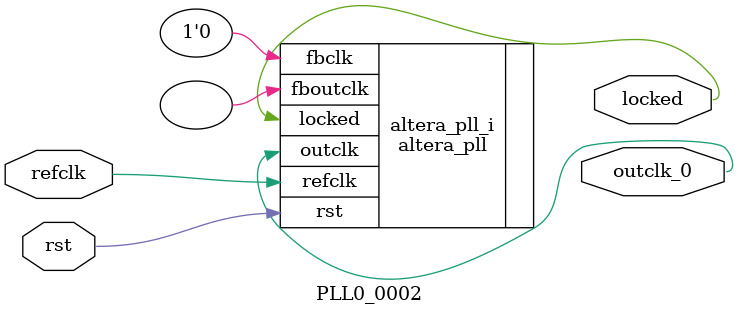
<source format=v>
`timescale 1ns/10ps
module  PLL0_0002(

	// interface 'refclk'
	input wire refclk,

	// interface 'reset'
	input wire rst,

	// interface 'outclk0'
	output wire outclk_0,

	// interface 'locked'
	output wire locked
);

	altera_pll #(
		.fractional_vco_multiplier("false"),
		.reference_clock_frequency("50.0 MHz"),
		.operation_mode("direct"),
		.number_of_clocks(1),
		.output_clock_frequency0("125.000000 MHz"),
		.phase_shift0("0 ps"),
		.duty_cycle0(50),
		.output_clock_frequency1("0 MHz"),
		.phase_shift1("0 ps"),
		.duty_cycle1(50),
		.output_clock_frequency2("0 MHz"),
		.phase_shift2("0 ps"),
		.duty_cycle2(50),
		.output_clock_frequency3("0 MHz"),
		.phase_shift3("0 ps"),
		.duty_cycle3(50),
		.output_clock_frequency4("0 MHz"),
		.phase_shift4("0 ps"),
		.duty_cycle4(50),
		.output_clock_frequency5("0 MHz"),
		.phase_shift5("0 ps"),
		.duty_cycle5(50),
		.output_clock_frequency6("0 MHz"),
		.phase_shift6("0 ps"),
		.duty_cycle6(50),
		.output_clock_frequency7("0 MHz"),
		.phase_shift7("0 ps"),
		.duty_cycle7(50),
		.output_clock_frequency8("0 MHz"),
		.phase_shift8("0 ps"),
		.duty_cycle8(50),
		.output_clock_frequency9("0 MHz"),
		.phase_shift9("0 ps"),
		.duty_cycle9(50),
		.output_clock_frequency10("0 MHz"),
		.phase_shift10("0 ps"),
		.duty_cycle10(50),
		.output_clock_frequency11("0 MHz"),
		.phase_shift11("0 ps"),
		.duty_cycle11(50),
		.output_clock_frequency12("0 MHz"),
		.phase_shift12("0 ps"),
		.duty_cycle12(50),
		.output_clock_frequency13("0 MHz"),
		.phase_shift13("0 ps"),
		.duty_cycle13(50),
		.output_clock_frequency14("0 MHz"),
		.phase_shift14("0 ps"),
		.duty_cycle14(50),
		.output_clock_frequency15("0 MHz"),
		.phase_shift15("0 ps"),
		.duty_cycle15(50),
		.output_clock_frequency16("0 MHz"),
		.phase_shift16("0 ps"),
		.duty_cycle16(50),
		.output_clock_frequency17("0 MHz"),
		.phase_shift17("0 ps"),
		.duty_cycle17(50),
		.pll_type("General"),
		.pll_subtype("General")
	) altera_pll_i (
		.rst	(rst),
		.outclk	({outclk_0}),
		.locked	(locked),
		.fboutclk	( ),
		.fbclk	(1'b0),
		.refclk	(refclk)
	);
endmodule


</source>
